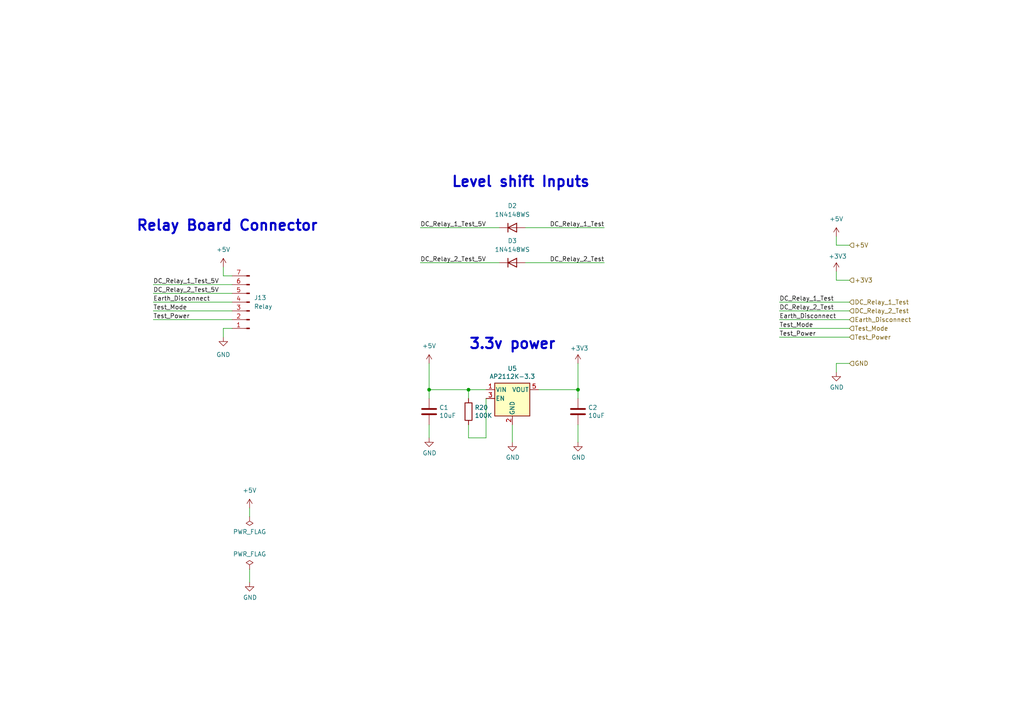
<source format=kicad_sch>
(kicad_sch (version 20211123) (generator eeschema)
  (paper "A4")
  (lib_symbols
    (symbol "Connector:Conn_01x07_Male" (pin_names (offset 1.016) hide)
      (property "Reference" "J" (at 0 10.16 0))
      (property "Value" "Conn_01x07_Male" (at 0 -10.16 0))
      (symbol "Conn_01x07_Male_1_1"
        (polyline (pts (xy 1.27 -7.62) (xy 0.8636 -7.62)) (stroke (width 0.1524)))
        (polyline (pts (xy 1.27 -5.08) (xy 0.8636 -5.08)) (stroke (width 0.1524)))
        (polyline (pts (xy 1.27 -2.54) (xy 0.8636 -2.54)) (stroke (width 0.1524)))
        (polyline (pts (xy 1.27 0) (xy 0.8636 0)) (stroke (width 0.1524)))
        (polyline (pts (xy 1.27 2.54) (xy 0.8636 2.54)) (stroke (width 0.1524)))
        (polyline (pts (xy 1.27 5.08) (xy 0.8636 5.08)) (stroke (width 0.1524)))
        (polyline (pts (xy 1.27 7.62) (xy 0.8636 7.62)) (stroke (width 0.1524)))
        (rectangle (start 0.8636 -7.493) (end 0 -7.747) (stroke (width 0.1524)) (fill (type outline)))
        (rectangle (start 0.8636 -4.953) (end 0 -5.207) (stroke (width 0.1524)) (fill (type outline)))
        (rectangle (start 0.8636 -2.413) (end 0 -2.667) (stroke (width 0.1524)) (fill (type outline)))
        (rectangle (start 0.8636 0.127) (end 0 -0.127) (stroke (width 0.1524)) (fill (type outline)))
        (rectangle (start 0.8636 2.667) (end 0 2.413) (stroke (width 0.1524)) (fill (type outline)))
        (rectangle (start 0.8636 5.207) (end 0 4.953) (stroke (width 0.1524)) (fill (type outline)))
        (rectangle (start 0.8636 7.747) (end 0 7.493) (stroke (width 0.1524)) (fill (type outline)))
        (pin passive line (at 5.08 7.62 180) (length 3.81) (name "Pin_1") (number "1"))
        (pin passive line (at 5.08 5.08 180) (length 3.81) (name "Pin_2") (number "2"))
        (pin passive line (at 5.08 2.54 180) (length 3.81) (name "Pin_3") (number "3"))
        (pin passive line (at 5.08 0 180) (length 3.81) (name "Pin_4") (number "4"))
        (pin passive line (at 5.08 -2.54 180) (length 3.81) (name "Pin_5") (number "5"))
        (pin passive line (at 5.08 -5.08 180) (length 3.81) (name "Pin_6") (number "6"))
        (pin passive line (at 5.08 -7.62 180) (length 3.81) (name "Pin_7") (number "7"))
      )
    )
    (symbol "Device:C" (pin_numbers hide) (pin_names (offset 0.254))
      (property "Reference" "C" (at 0.635 2.54 0))
      (property "Value" "C" (at 0.635 -2.54 0))
      (symbol "C_0_1"
        (polyline (pts (xy -2.032 -0.762) (xy 2.032 -0.762)) (stroke (width 0.508)))
        (polyline (pts (xy -2.032 0.762) (xy 2.032 0.762)) (stroke (width 0.508)))
      )
      (symbol "C_1_1"
        (pin passive line (at 0 3.81 270) (length 2.794) (name "~") (number "1"))
        (pin passive line (at 0 -3.81 90) (length 2.794) (name "~") (number "2"))
      )
    )
    (symbol "Device:R" (pin_numbers hide) (pin_names (offset 0))
      (property "Reference" "R" (at 2.032 0 90))
      (property "Value" "R" (at 0 0 90))
      (symbol "R_0_1"
        (rectangle (start -1.016 -2.54) (end 1.016 2.54) (stroke (width 0.254)))
      )
      (symbol "R_1_1"
        (pin passive line (at 0 3.81 270) (length 1.27) (name "~") (number "1"))
        (pin passive line (at 0 -3.81 90) (length 1.27) (name "~") (number "2"))
      )
    )
    (symbol "Diode:1N4148WS" (pin_numbers hide) (pin_names (offset 1.016) hide)
      (property "Reference" "D" (at 0 2.54 0))
      (property "Value" "1N4148WS" (at 0 -2.54 0))
      (symbol "1N4148WS_0_1"
        (polyline (pts (xy -1.27 1.27) (xy -1.27 -1.27)) (stroke (width 0.254)))
        (polyline (pts (xy 1.27 0) (xy -1.27 0)))
        (polyline (pts (xy 1.27 1.27) (xy 1.27 -1.27) (xy -1.27 0) (xy 1.27 1.27)) (stroke (width 0.254)))
      )
      (symbol "1N4148WS_1_1"
        (pin passive line (at -3.81 0 0) (length 2.54) (name "K") (number "1"))
        (pin passive line (at 3.81 0 180) (length 2.54) (name "A") (number "2"))
      )
    )
    (symbol "Regulator_Linear:AP2112K-3.3" (pin_names (offset 0.254))
      (property "Reference" "U" (at -5.08 5.715 0))
      (property "Value" "AP2112K-3.3" (at 0 5.715 0))
      (symbol "AP2112K-3.3_0_1"
        (rectangle (start -5.08 4.445) (end 5.08 -5.08) (stroke (width 0.254)) (fill (type background)))
      )
      (symbol "AP2112K-3.3_1_1"
        (pin power_in line (at -7.62 2.54 0) (length 2.54) (name "VIN") (number "1"))
        (pin power_in line (at 0 -7.62 90) (length 2.54) (name "GND") (number "2"))
        (pin input line (at -7.62 0 0) (length 2.54) (name "EN") (number "3"))
        (pin no_connect line (at 5.08 0 180) (length 2.54) hide (name "NC") (number "4"))
        (pin power_out line (at 7.62 2.54 180) (length 2.54) (name "VOUT") (number "5"))
      )
    )
    (symbol "power:+3V3" (power) (pin_names (offset 0))
      (property "Value" "+3V3" (at 0 3.556 0))
      (symbol "+3V3_0_1"
        (polyline (pts (xy -0.762 1.27) (xy 0 2.54)))
        (polyline (pts (xy 0 0) (xy 0 2.54)))
        (polyline (pts (xy 0 2.54) (xy 0.762 1.27)))
      )
      (symbol "+3V3_1_1"
        (pin power_in line (at 0 0 90) (length 0) hide (name "+3V3") (number "1"))
      )
    )
    (symbol "power:+5V" (power) (pin_names (offset 0))
      (property "Value" "+5V" (at 0 3.556 0))
      (symbol "+5V_0_1"
        (polyline (pts (xy -0.762 1.27) (xy 0 2.54)))
        (polyline (pts (xy 0 0) (xy 0 2.54)))
        (polyline (pts (xy 0 2.54) (xy 0.762 1.27)))
      )
      (symbol "+5V_1_1"
        (pin power_in line (at 0 0 90) (length 0) hide (name "+5V") (number "1"))
      )
    )
    (symbol "power:GND" (power) (pin_names (offset 0))
      (property "Value" "GND" (at 0 -3.81 0))
      (symbol "GND_0_1"
        (polyline (pts (xy 0 0) (xy 0 -1.27) (xy 1.27 -1.27) (xy 0 -2.54) (xy -1.27 -1.27) (xy 0 -1.27)))
      )
      (symbol "GND_1_1"
        (pin power_in line (at 0 0 270) (length 0) hide (name "GND") (number "1"))
      )
    )
    (symbol "power:PWR_FLAG" (power) (pin_numbers hide) (pin_names (offset 0) hide)
      (property "Value" "PWR_FLAG" (at 0 3.81 0))
      (symbol "PWR_FLAG_0_0"
        (pin power_out line (at 0 0 90) (length 0) (name "pwr") (number "1"))
      )
      (symbol "PWR_FLAG_0_1"
        (polyline (pts (xy 0 0) (xy 0 1.27) (xy -1.016 1.905) (xy 0 2.54) (xy 1.016 1.905) (xy 0 1.27)))
      )
    )
  )
  (junction (at 124.46 113.03))
  (junction (at 135.89 113.03))
  (junction (at 167.64 113.03))
  (wire (pts (xy 167.64 123.19) (xy 167.64 128.27)))
  (wire (pts (xy 226.06 95.25) (xy 246.38 95.25)))
  (wire (pts (xy 72.39 165.1) (xy 72.39 168.91)))
  (wire (pts (xy 156.21 113.03) (xy 167.64 113.03)))
  (wire (pts (xy 72.39 149.86) (xy 72.39 147.32)))
  (wire (pts (xy 135.89 115.57) (xy 135.89 113.03)))
  (wire (pts (xy 124.46 113.03) (xy 124.46 105.41)))
  (wire (pts (xy 124.46 127) (xy 124.46 123.19)))
  (wire (pts (xy 246.38 81.28) (xy 242.57 81.28)))
  (wire (pts (xy 140.97 113.03) (xy 135.89 113.03)))
  (wire (pts (xy 246.38 71.12) (xy 242.57 71.12)))
  (wire (pts (xy 148.59 123.19) (xy 148.59 128.27)))
  (wire (pts (xy 64.77 77.47) (xy 64.77 80.01)))
  (wire (pts (xy 152.4 76.2) (xy 175.26 76.2)))
  (wire (pts (xy 167.64 113.03) (xy 167.64 115.57)))
  (wire (pts (xy 242.57 71.12) (xy 242.57 68.58)))
  (wire (pts (xy 242.57 105.41) (xy 242.57 107.95)))
  (wire (pts (xy 44.45 82.55) (xy 67.31 82.55)))
  (wire (pts (xy 64.77 95.25) (xy 64.77 97.79)))
  (wire (pts (xy 226.06 97.79) (xy 246.38 97.79)))
  (wire (pts (xy 246.38 105.41) (xy 242.57 105.41)))
  (wire (pts (xy 44.45 87.63) (xy 67.31 87.63)))
  (wire (pts (xy 121.92 66.04) (xy 144.78 66.04)))
  (wire (pts (xy 226.06 92.71) (xy 246.38 92.71)))
  (wire (pts (xy 121.92 76.2) (xy 144.78 76.2)))
  (wire (pts (xy 226.06 87.63) (xy 246.38 87.63)))
  (wire (pts (xy 140.97 127) (xy 135.89 127)))
  (wire (pts (xy 152.4 66.04) (xy 175.26 66.04)))
  (wire (pts (xy 135.89 127) (xy 135.89 123.19)))
  (wire (pts (xy 167.64 105.41) (xy 167.64 113.03)))
  (wire (pts (xy 242.57 81.28) (xy 242.57 78.74)))
  (wire (pts (xy 44.45 90.17) (xy 67.31 90.17)))
  (wire (pts (xy 135.89 113.03) (xy 124.46 113.03)))
  (wire (pts (xy 124.46 115.57) (xy 124.46 113.03)))
  (wire (pts (xy 67.31 95.25) (xy 64.77 95.25)))
  (wire (pts (xy 44.45 92.71) (xy 67.31 92.71)))
  (wire (pts (xy 140.97 115.57) (xy 140.97 127)))
  (wire (pts (xy 64.77 80.01) (xy 67.31 80.01)))
  (wire (pts (xy 226.06 90.17) (xy 246.38 90.17)))
  (wire (pts (xy 44.45 85.09) (xy 67.31 85.09)))
  (text "Relay Board Connector" (at 39.37 67.31 0) (effects (font (size 2.9972 2.9972) (thickness 0.5994) bold) (justify left bottom)))
  (text "Level shift Inputs" (at 130.81 54.61 0) (effects (font (size 2.9972 2.9972) (thickness 0.5994) bold) (justify left bottom)))
  (text "3.3v power" (at 135.89 101.6 0) (effects (font (size 2.9972 2.9972) (thickness 0.5994) bold) (justify left bottom)))
  (label "Test_Mode" (at 44.45 90.17 0))
  (label "Test_Power" (at 44.45 92.71 0))
  (label "DC_Relay_2_Test_5V" (at 121.92 76.2 0))
  (label "Test_Mode" (at 226.06 95.25 0))
  (label "Test_Power" (at 226.06 97.79 0))
  (label "DC_Relay_1_Test" (at 226.06 87.63 0))
  (label "DC_Relay_2_Test_5V" (at 44.45 85.09 0))
  (label "DC_Relay_1_Test_5V" (at 121.92 66.04 0))
  (label "DC_Relay_2_Test" (at 226.06 90.17 0))
  (label "Earth_Disconnect" (at 44.45 87.63 0))
  (label "DC_Relay_2_Test" (at 175.26 76.2 180))
  (label "DC_Relay_1_Test" (at 175.26 66.04 180))
  (label "Earth_Disconnect" (at 226.06 92.71 0))
  (label "DC_Relay_1_Test_5V" (at 44.45 82.55 0))
  (hierarchical_label "Test_Power" (shape input) (at 246.38 97.79 0))
  (hierarchical_label "DC_Relay_1_Test" (shape input) (at 246.38 87.63 0))
  (hierarchical_label "+5V" (shape input) (at 246.38 71.12 0))
  (hierarchical_label "DC_Relay_2_Test" (shape input) (at 246.38 90.17 0))
  (hierarchical_label "GND" (shape input) (at 246.38 105.41 0))
  (hierarchical_label "Test_Mode" (shape input) (at 246.38 95.25 0))
  (hierarchical_label "Earth_Disconnect" (shape input) (at 246.38 92.71 0))
  (hierarchical_label "+3V3" (shape input) (at 246.38 81.28 0))
  (symbol (lib_id "Regulator_Linear:AP2112K-3.3") (at 148.59 115.57 0) (unit 1)
    (property "Reference" "U5" (at 148.59 106.8832 0))
    (property "Value" "AP2112K-3.3" (at 148.59 109.1946 0))
    (property "Footprint" "Package_TO_SOT_SMD:SOT-23-5" (effects hide))
    (property "Datasheet" "https://www.diodes.com/assets/Datasheets/AP2112.pdf" (effects hide))
    (property "LCSC" "C51118" (effects hide))
  )
  (symbol (lib_id "power:GND") (at 124.46 127 0) (unit 1)
    (property "Reference" "#PWR049" (effects hide))
    (property "Value" "GND" (at 124.587 131.3942 0))
  )
  (symbol (lib_id "Connector:Conn_01x07_Male") (at 72.39 87.63 180) (unit 1)
    (property "Reference" "J13" (at 73.66 86.3599 0) (effects (justify right)))
    (property "Value" "Relay" (at 73.66 88.8999 0) (effects (justify right)))
  )
  (symbol (lib_id "Diode:1N4148WS") (at 148.59 76.2 0) (unit 1)
    (property "Reference" "D3" (at 148.59 69.85 0))
    (property "Value" "1N4148WS" (at 148.59 72.39 0))
    (property "Footprint" "Diode_SMD:D_SOD-323" (effects hide))
    (property "Datasheet" "https://www.vishay.com/docs/85751/1n4148ws.pdf" (effects hide))
  )
  (symbol (lib_id "Diode:1N4148WS") (at 148.59 66.04 0) (unit 1)
    (property "Reference" "D2" (at 148.59 59.69 0))
    (property "Value" "1N4148WS" (at 148.59 62.23 0))
    (property "Footprint" "Diode_SMD:D_SOD-323" (effects hide))
    (property "Datasheet" "https://www.vishay.com/docs/85751/1n4148ws.pdf" (effects hide))
  )
  (symbol (lib_id "power:GND") (at 64.77 97.79 0) (unit 1)
    (property "Reference" "#PWR045" (effects hide))
    (property "Value" "GND" (at 64.77 102.87 0))
  )
  (symbol (lib_id "power:GND") (at 72.39 168.91 0) (unit 1)
    (property "Reference" "#PWR047" (effects hide))
    (property "Value" "GND" (at 72.517 173.3042 0))
  )
  (symbol (lib_id "power:+5V") (at 242.57 68.58 0) (unit 1)
    (property "Reference" "#PWR053" (effects hide))
    (property "Value" "+5V" (at 242.57 63.5 0))
  )
  (symbol (lib_id "power:PWR_FLAG") (at 72.39 149.86 180) (unit 1)
    (property "Reference" "#FLG01" (effects hide))
    (property "Value" "PWR_FLAG" (at 72.39 154.2542 0))
  )
  (symbol (lib_id "power:GND") (at 167.64 128.27 0) (unit 1)
    (property "Reference" "#PWR052" (effects hide))
    (property "Value" "GND" (at 167.767 132.6642 0))
  )
  (symbol (lib_id "Device:C") (at 124.46 119.38 0) (unit 1)
    (property "Reference" "C1" (at 127.381 118.2116 0) (effects (justify left)))
    (property "Value" "10uF" (at 127.381 120.523 0) (effects (justify left)))
    (property "Footprint" "Capacitor_SMD:C_0805_2012Metric" (effects hide))
    (property "LCSC" "C15850" (effects hide))
  )
  (symbol (lib_id "power:+5V") (at 124.46 105.41 0) (unit 1)
    (property "Reference" "#PWR048" (effects hide))
    (property "Value" "+5V" (at 124.46 100.33 0))
  )
  (symbol (lib_id "Device:R") (at 135.89 119.38 0) (unit 1)
    (property "Reference" "R20" (at 137.668 118.2116 0) (effects (justify left)))
    (property "Value" "100K" (at 137.668 120.523 0) (effects (justify left)))
    (property "Footprint" "Resistor_SMD:R_0805_2012Metric" (effects hide))
    (property "LCSC" "C17407" (effects hide))
  )
  (symbol (lib_id "power:+5V") (at 64.77 77.47 0) (unit 1)
    (property "Reference" "#PWR044" (effects hide))
    (property "Value" "+5V" (at 64.77 72.39 0))
  )
  (symbol (lib_id "power:+5V") (at 72.39 147.32 0) (unit 1)
    (property "Reference" "#PWR046" (effects hide))
    (property "Value" "+5V" (at 72.39 142.24 0))
  )
  (symbol (lib_id "power:GND") (at 148.59 128.27 0) (unit 1)
    (property "Reference" "#PWR050" (effects hide))
    (property "Value" "GND" (at 148.717 132.6642 0))
  )
  (symbol (lib_id "power:PWR_FLAG") (at 72.39 165.1 0) (unit 1)
    (property "Reference" "#FLG02" (effects hide))
    (property "Value" "PWR_FLAG" (at 72.39 160.7058 0))
  )
  (symbol (lib_id "power:+3V3") (at 167.64 105.41 0) (unit 1)
    (property "Reference" "#PWR051" (effects hide))
    (property "Value" "+3V3" (at 168.021 101.0158 0))
  )
  (symbol (lib_id "power:+3V3") (at 242.57 78.74 0) (unit 1)
    (property "Reference" "#PWR054" (effects hide))
    (property "Value" "+3V3" (at 242.951 74.3458 0))
  )
  (symbol (lib_id "Device:C") (at 167.64 119.38 0) (unit 1)
    (property "Reference" "C2" (at 170.561 118.2116 0) (effects (justify left)))
    (property "Value" "10uF" (at 170.561 120.523 0) (effects (justify left)))
    (property "Footprint" "Capacitor_SMD:C_0805_2012Metric" (effects hide))
    (property "LCSC" "C15850" (effects hide))
  )
  (symbol (lib_id "power:GND") (at 242.57 107.95 0) (unit 1)
    (property "Reference" "#PWR055" (effects hide))
    (property "Value" "GND" (at 242.697 112.3442 0))
  )
)
</source>
